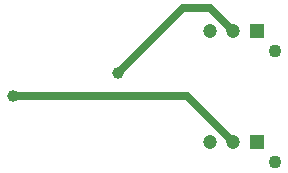
<source format=gbr>
%TF.GenerationSoftware,Altium Limited,Altium Designer,23.1.1 (15)*%
G04 Layer_Physical_Order=2*
G04 Layer_Color=16711680*
%FSLAX45Y45*%
%MOMM*%
%TF.SameCoordinates,65C13D17-EFD2-49A1-9DDF-215AC00BF633*%
%TF.FilePolarity,Positive*%
%TF.FileFunction,Copper,L2,Bot,Signal*%
%TF.Part,Single*%
G01*
G75*
%TA.AperFunction,Conductor*%
%ADD11C,0.63500*%
%TA.AperFunction,ComponentPad*%
%ADD12C,1.10000*%
%ADD13C,1.20000*%
%ADD14R,1.20000X1.20000*%
%TA.AperFunction,ViaPad*%
%ADD15C,1.00000*%
D11*
X2126701Y723900D02*
X2514600Y336001D01*
X647700Y723900D02*
X2126701D01*
X2314661Y1475740D02*
X2514600Y1275801D01*
X2092940Y1475740D02*
X2314661D01*
X1541800Y924601D02*
X2092940Y1475740D01*
D12*
X2864602Y1105799D02*
D03*
Y165999D02*
D03*
D13*
X2314600Y1275801D02*
D03*
X2514600D02*
D03*
X2314600Y336001D02*
D03*
X2514600D02*
D03*
D14*
X2714600Y1275801D02*
D03*
Y336001D02*
D03*
D15*
X647700Y723900D02*
D03*
X1541800Y924601D02*
D03*
%TF.MD5,1fdfae51945e10c675b009980f72c993*%
M02*

</source>
